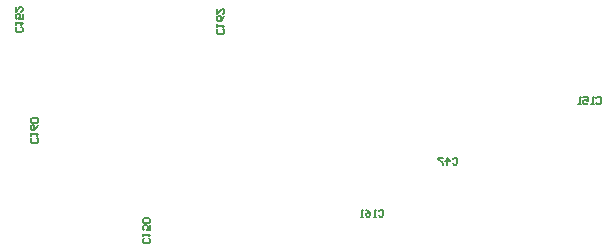
<source format=gbr>
%TF.GenerationSoftware,Altium Limited,Altium Designer,25.3.3 (18)*%
G04 Layer_Color=32768*
%FSLAX45Y45*%
%MOMM*%
%TF.SameCoordinates,5572F933-5C96-4131-A983-9EF7CB378A5A*%
%TF.FilePolarity,Positive*%
%TF.FileFunction,Other,Bottom_Designator*%
%TF.Part,Single*%
G01*
G75*
%TA.AperFunction,NonConductor*%
%ADD98C,0.15000*%
D98*
X3429993Y2165021D02*
X3439990Y2155025D01*
Y2135031D01*
X3429993Y2125034D01*
X3390006D01*
X3380010Y2135031D01*
Y2155025D01*
X3390006Y2165021D01*
X3380010Y2185015D02*
Y2205009D01*
Y2195012D01*
X3439990D01*
X3429993Y2185015D01*
X3439990Y2274986D02*
Y2234999D01*
X3410000D01*
X3419997Y2254992D01*
Y2264989D01*
X3410000Y2274986D01*
X3390006D01*
X3380010Y2264989D01*
Y2244995D01*
X3390006Y2234999D01*
X3429993Y2294979D02*
X3439990Y2304976D01*
Y2324969D01*
X3429993Y2334966D01*
X3390006D01*
X3380010Y2324969D01*
Y2304976D01*
X3390006Y2294979D01*
X3429993D01*
X7214982Y3349993D02*
X7224979Y3359990D01*
X7244972D01*
X7254969Y3349993D01*
Y3310006D01*
X7244972Y3300010D01*
X7224979D01*
X7214982Y3310006D01*
X7194988Y3300010D02*
X7174995D01*
X7184992D01*
Y3359990D01*
X7194988Y3349993D01*
X7105018Y3359990D02*
X7145005D01*
Y3330000D01*
X7125011Y3339997D01*
X7115014D01*
X7105018Y3330000D01*
Y3310006D01*
X7115014Y3300010D01*
X7135008D01*
X7145005Y3310006D01*
X7085024Y3300010D02*
X7065031D01*
X7075028D01*
Y3359990D01*
X7085024Y3349993D01*
X2349993Y3955021D02*
X2359990Y3945025D01*
Y3925031D01*
X2349993Y3915034D01*
X2310006D01*
X2300010Y3925031D01*
Y3945025D01*
X2310006Y3955021D01*
X2300010Y3975015D02*
Y3995009D01*
Y3985012D01*
X2359990D01*
X2349993Y3975015D01*
X2359990Y4064986D02*
Y4024999D01*
X2330000D01*
X2339997Y4044992D01*
Y4054989D01*
X2330000Y4064986D01*
X2310006D01*
X2300010Y4054989D01*
Y4034995D01*
X2310006Y4024999D01*
X2300010Y4124966D02*
Y4084979D01*
X2339997Y4124966D01*
X2349993D01*
X2359990Y4114969D01*
Y4094976D01*
X2349993Y4084979D01*
X5999987Y2839993D02*
X6009984Y2849990D01*
X6029977D01*
X6039974Y2839993D01*
Y2800006D01*
X6029977Y2790010D01*
X6009984D01*
X5999987Y2800006D01*
X5950003Y2790010D02*
Y2849990D01*
X5979993Y2820000D01*
X5940006D01*
X5920013Y2849990D02*
X5880026D01*
Y2839993D01*
X5920013Y2800006D01*
Y2790010D01*
X2479993Y3015021D02*
X2489990Y3005024D01*
Y2985031D01*
X2479993Y2975034D01*
X2440006D01*
X2430010Y2985031D01*
Y3005024D01*
X2440006Y3015021D01*
X2430010Y3035015D02*
Y3055008D01*
Y3045011D01*
X2489990D01*
X2479993Y3035015D01*
X2489990Y3124985D02*
X2479993Y3104992D01*
X2460000Y3084998D01*
X2440006D01*
X2430010Y3094995D01*
Y3114989D01*
X2440006Y3124985D01*
X2450003D01*
X2460000Y3114989D01*
Y3084998D01*
X2479993Y3144979D02*
X2489990Y3154976D01*
Y3174969D01*
X2479993Y3184966D01*
X2440006D01*
X2430010Y3174969D01*
Y3154976D01*
X2440006Y3144979D01*
X2479993D01*
X5374982Y2399993D02*
X5384979Y2409990D01*
X5404972D01*
X5414969Y2399993D01*
Y2360006D01*
X5404972Y2350010D01*
X5384979D01*
X5374982Y2360006D01*
X5354989Y2350010D02*
X5334995D01*
X5344992D01*
Y2409990D01*
X5354989Y2399993D01*
X5265018Y2409990D02*
X5285011Y2399993D01*
X5305005Y2380000D01*
Y2360006D01*
X5295008Y2350010D01*
X5275015D01*
X5265018Y2360006D01*
Y2370003D01*
X5275015Y2380000D01*
X5305005D01*
X5245024Y2350010D02*
X5225031D01*
X5235028D01*
Y2409990D01*
X5245024Y2399993D01*
X4058066Y3937471D02*
X4068063Y3927475D01*
Y3907481D01*
X4058066Y3897484D01*
X4018079D01*
X4008082Y3907481D01*
Y3927475D01*
X4018079Y3937471D01*
X4008082Y3957465D02*
Y3977459D01*
Y3967462D01*
X4068063D01*
X4058066Y3957465D01*
X4068063Y4047436D02*
X4058066Y4027442D01*
X4038072Y4007449D01*
X4018079D01*
X4008082Y4017445D01*
Y4037439D01*
X4018079Y4047436D01*
X4028076D01*
X4038072Y4037439D01*
Y4007449D01*
X4008082Y4107416D02*
Y4067429D01*
X4048069Y4107416D01*
X4058066D01*
X4068063Y4097420D01*
Y4077426D01*
X4058066Y4067429D01*
%TF.MD5,5ecfa43e5f2d8e37b2b8db34dccff921*%
M02*

</source>
